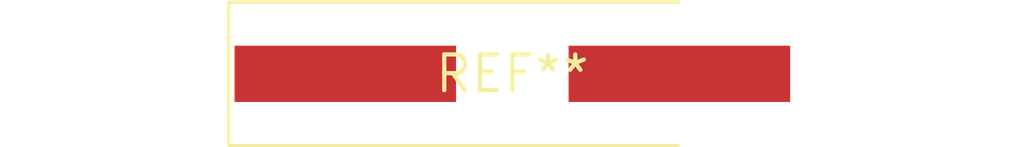
<source format=kicad_pcb>
(kicad_pcb (version 20240108) (generator pcbnew)
  (layers (0 "F.Cu" signal) (31 "B.Cu" signal) (34 "B.Paste" user) (35 "F.Paste" user) (36 "B.SilkS" user "B.Silkscreen") (37 "F.SilkS" user "F.Silkscreen") (38 "B.Mask" user) (39 "F.Mask" user) (44 "Edge.Cuts" user))
  (net 0 "")
  (footprint "Crystal_SMD_HC49-SD_HandSoldering" (layer "F.Cu") (at 0 0)
    (property "Reference" "REF**")
    (property "Value" "Crystal_SMD_HC49-SD_HandSoldering")
    (fp_line (start -10.075 -2.55) (end -10.075 2.55) (layer "F.SilkS") (stroke (width 0.12)))
    (fp_line (start -10.075 2.55) (end 5.9 2.55) (layer "F.SilkS") (stroke (width 0.12)))
    (fp_line (start 5.9 -2.55) (end -10.075 -2.55) (layer "F.SilkS") (stroke (width 0.12)))
    (pad "1" smd rect (at -5.9375 0) (size 7.875 2) (layers "F.Cu" "F.Paste" "F.Mask"))
    (pad "2" smd rect (at 5.9375 0) (size 7.875 2) (layers "F.Cu" "F.Paste" "F.Mask"))
  )
)
</source>
